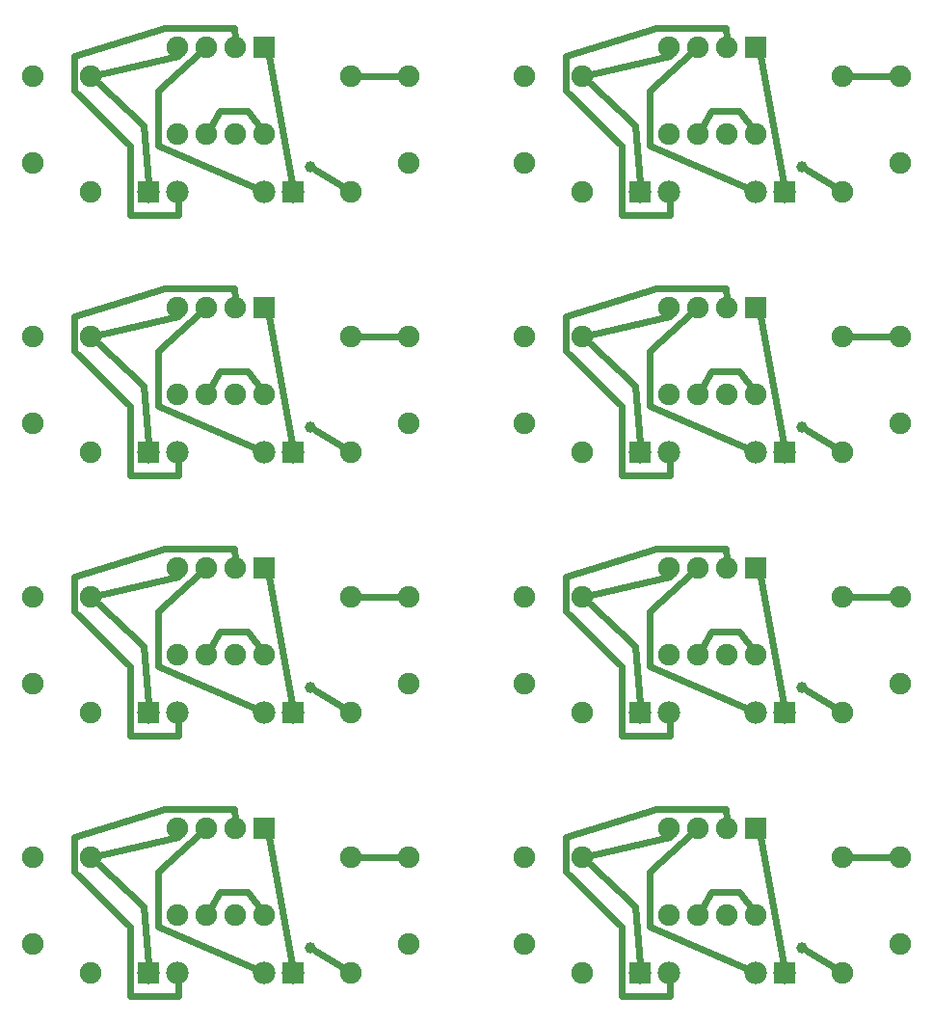
<source format=gbl>
G04 MADE WITH FRITZING*
G04 WWW.FRITZING.ORG*
G04 DOUBLE SIDED*
G04 HOLES PLATED*
G04 CONTOUR ON CENTER OF CONTOUR VECTOR*
%ASAXBY*%
%FSLAX23Y23*%
%MOIN*%
%OFA0B0*%
%SFA1.0B1.0*%
%ADD10C,0.075000*%
%ADD11C,0.078000*%
%ADD12C,0.039370*%
%ADD13R,0.075000X0.075000*%
%ADD14R,0.078000X0.078000*%
%ADD15C,0.024000*%
%LNCOPPER0*%
G90*
G70*
G54D10*
X2971Y1453D03*
X2971Y1053D03*
X2971Y553D03*
X2971Y153D03*
X2971Y2353D03*
X2971Y1953D03*
X2971Y3253D03*
X2971Y2853D03*
X1271Y553D03*
X1271Y153D03*
X1271Y3253D03*
X1271Y2853D03*
X1271Y1453D03*
X1271Y1053D03*
X1271Y2353D03*
X1271Y1953D03*
X2071Y1953D03*
X2071Y2353D03*
X2071Y153D03*
X2071Y553D03*
X2071Y1053D03*
X2071Y1453D03*
X2071Y2853D03*
X2071Y3253D03*
X371Y1053D03*
X371Y1453D03*
X371Y153D03*
X371Y553D03*
X371Y2853D03*
X371Y3253D03*
X371Y1953D03*
X371Y2353D03*
X2671Y1553D03*
X2671Y1253D03*
X2571Y1553D03*
X2571Y1253D03*
X2471Y1553D03*
X2471Y1253D03*
X2371Y1553D03*
X2371Y1253D03*
X2671Y653D03*
X2671Y353D03*
X2571Y653D03*
X2571Y353D03*
X2471Y653D03*
X2471Y353D03*
X2371Y653D03*
X2371Y353D03*
X2671Y3353D03*
X2671Y3053D03*
X2571Y3353D03*
X2571Y3053D03*
X2471Y3353D03*
X2471Y3053D03*
X2371Y3353D03*
X2371Y3053D03*
X2671Y2453D03*
X2671Y2153D03*
X2571Y2453D03*
X2571Y2153D03*
X2471Y2453D03*
X2471Y2153D03*
X2371Y2453D03*
X2371Y2153D03*
X971Y653D03*
X971Y353D03*
X871Y653D03*
X871Y353D03*
X771Y653D03*
X771Y353D03*
X671Y653D03*
X671Y353D03*
X971Y1553D03*
X971Y1253D03*
X871Y1553D03*
X871Y1253D03*
X771Y1553D03*
X771Y1253D03*
X671Y1553D03*
X671Y1253D03*
X971Y3353D03*
X971Y3053D03*
X871Y3353D03*
X871Y3053D03*
X771Y3353D03*
X771Y3053D03*
X671Y3353D03*
X671Y3053D03*
X971Y2453D03*
X971Y2153D03*
X871Y2453D03*
X871Y2153D03*
X771Y2453D03*
X771Y2153D03*
X671Y2453D03*
X671Y2153D03*
X1871Y553D03*
X1871Y253D03*
X1871Y2353D03*
X1871Y2053D03*
X1871Y3253D03*
X1871Y2953D03*
X1871Y1453D03*
X1871Y1153D03*
X171Y553D03*
X171Y253D03*
X171Y1453D03*
X171Y1153D03*
X171Y3253D03*
X171Y2953D03*
X171Y2353D03*
X171Y2053D03*
X3171Y1453D03*
X3171Y1153D03*
X3171Y2353D03*
X3171Y2053D03*
X3171Y553D03*
X3171Y253D03*
X3171Y3253D03*
X3171Y2953D03*
X1471Y1453D03*
X1471Y1153D03*
X1471Y553D03*
X1471Y253D03*
X1471Y3253D03*
X1471Y2953D03*
X1471Y2353D03*
X1471Y2053D03*
G54D11*
X2271Y2853D03*
X2371Y2853D03*
X2271Y153D03*
X2371Y153D03*
X2271Y1953D03*
X2371Y1953D03*
X2271Y1053D03*
X2371Y1053D03*
X571Y153D03*
X671Y153D03*
X571Y1053D03*
X671Y1053D03*
X571Y2853D03*
X671Y2853D03*
X571Y1953D03*
X671Y1953D03*
X2771Y2853D03*
X2671Y2853D03*
X2771Y1053D03*
X2671Y1053D03*
X2771Y1953D03*
X2671Y1953D03*
X2771Y153D03*
X2671Y153D03*
X1071Y153D03*
X971Y153D03*
X1071Y1053D03*
X971Y1053D03*
X1071Y2853D03*
X971Y2853D03*
X1071Y1953D03*
X971Y1953D03*
G54D12*
X2830Y2939D03*
X2830Y239D03*
X2830Y2039D03*
X2830Y1139D03*
X1130Y239D03*
X1130Y1139D03*
X1130Y2939D03*
X1130Y2039D03*
G54D13*
X2671Y1553D03*
X2671Y653D03*
X2671Y3353D03*
X2671Y2453D03*
X971Y653D03*
X971Y1553D03*
X971Y3353D03*
X971Y2453D03*
G54D14*
X2271Y2853D03*
X2271Y153D03*
X2271Y1953D03*
X2271Y1053D03*
X571Y153D03*
X571Y1053D03*
X571Y2853D03*
X571Y1953D03*
X2771Y2853D03*
X2771Y1053D03*
X2771Y1953D03*
X2771Y153D03*
X1071Y153D03*
X1071Y1053D03*
X1071Y2853D03*
X1071Y1953D03*
G54D15*
X2766Y1982D02*
X2686Y2423D01*
D02*
X2766Y182D02*
X2686Y623D01*
D02*
X2766Y2882D02*
X2686Y3323D01*
D02*
X2766Y1082D02*
X2686Y1523D01*
D02*
X1066Y1082D02*
X986Y1523D01*
D02*
X1066Y182D02*
X986Y623D01*
D02*
X1066Y2882D02*
X986Y3323D01*
D02*
X1066Y1982D02*
X986Y2423D01*
D02*
X2686Y1523D02*
X2684Y1527D01*
D02*
X2686Y3323D02*
X2684Y3327D01*
D02*
X2686Y623D02*
X2684Y627D01*
D02*
X2686Y2423D02*
X2684Y2427D01*
D02*
X986Y623D02*
X984Y627D01*
D02*
X986Y1523D02*
X984Y1527D01*
D02*
X986Y3323D02*
X984Y3327D01*
D02*
X986Y2423D02*
X984Y2427D01*
D02*
X2655Y376D02*
X2614Y431D01*
D02*
X2655Y3076D02*
X2614Y3131D01*
D02*
X2655Y1276D02*
X2614Y1331D01*
D02*
X2655Y2176D02*
X2614Y2231D01*
D02*
X955Y376D02*
X914Y431D01*
D02*
X955Y1276D02*
X914Y1331D01*
D02*
X955Y3076D02*
X914Y3131D01*
D02*
X955Y2176D02*
X914Y2231D01*
D02*
X2614Y1331D02*
X2518Y1331D01*
D02*
X2614Y431D02*
X2518Y431D01*
D02*
X2614Y2231D02*
X2518Y2231D01*
D02*
X2614Y3131D02*
X2518Y3131D01*
D02*
X914Y1331D02*
X818Y1331D01*
D02*
X914Y431D02*
X818Y431D01*
D02*
X914Y3131D02*
X818Y3131D01*
D02*
X914Y2231D02*
X818Y2231D01*
D02*
X2518Y431D02*
X2486Y377D01*
D02*
X2518Y2231D02*
X2486Y2177D01*
D02*
X2518Y1331D02*
X2486Y1277D01*
D02*
X2518Y3131D02*
X2486Y3077D01*
D02*
X818Y431D02*
X786Y377D01*
D02*
X818Y1331D02*
X786Y1277D01*
D02*
X818Y3131D02*
X786Y3077D01*
D02*
X818Y2231D02*
X786Y2177D01*
D02*
X2374Y1524D02*
X2374Y1523D01*
D02*
X2374Y2424D02*
X2374Y2423D01*
D02*
X2374Y624D02*
X2374Y623D01*
D02*
X2374Y3324D02*
X2374Y3323D01*
D02*
X674Y624D02*
X674Y623D01*
D02*
X674Y1524D02*
X674Y1523D01*
D02*
X674Y3324D02*
X674Y3323D01*
D02*
X674Y2424D02*
X674Y2423D01*
D02*
X2374Y3323D02*
X2099Y3259D01*
D02*
X2374Y623D02*
X2099Y559D01*
D02*
X2374Y2423D02*
X2099Y2359D01*
D02*
X2374Y1523D02*
X2099Y1459D01*
D02*
X674Y1523D02*
X399Y1459D01*
D02*
X674Y623D02*
X399Y559D01*
D02*
X674Y3323D02*
X399Y3259D01*
D02*
X674Y2423D02*
X399Y2359D01*
D02*
X2269Y183D02*
X2254Y383D01*
D02*
X2269Y2883D02*
X2254Y3083D01*
D02*
X2269Y1083D02*
X2254Y1283D01*
D02*
X2269Y1983D02*
X2254Y2183D01*
D02*
X569Y183D02*
X554Y383D01*
D02*
X569Y1083D02*
X554Y1283D01*
D02*
X569Y2883D02*
X554Y3083D01*
D02*
X569Y1983D02*
X554Y2183D01*
D02*
X2254Y3083D02*
X2092Y3233D01*
D02*
X2254Y2183D02*
X2092Y2333D01*
D02*
X2254Y383D02*
X2092Y533D01*
D02*
X2254Y1283D02*
X2092Y1433D01*
D02*
X554Y383D02*
X392Y533D01*
D02*
X554Y1283D02*
X392Y1433D01*
D02*
X554Y3083D02*
X392Y3233D01*
D02*
X554Y2183D02*
X392Y2333D01*
D02*
X2644Y165D02*
X2302Y311D01*
D02*
X2644Y2865D02*
X2302Y3011D01*
D02*
X2644Y1065D02*
X2302Y1211D01*
D02*
X2644Y1965D02*
X2302Y2111D01*
D02*
X944Y1065D02*
X602Y1211D01*
D02*
X944Y165D02*
X602Y311D01*
D02*
X944Y2865D02*
X602Y3011D01*
D02*
X944Y1965D02*
X602Y2111D01*
D02*
X2302Y3011D02*
X2302Y3203D01*
D02*
X2302Y311D02*
X2302Y503D01*
D02*
X2302Y2111D02*
X2302Y2303D01*
D02*
X2302Y1211D02*
X2302Y1403D01*
D02*
X602Y3011D02*
X602Y3203D01*
D02*
X602Y1211D02*
X602Y1403D01*
D02*
X602Y311D02*
X602Y503D01*
D02*
X602Y2111D02*
X602Y2303D01*
D02*
X2302Y2303D02*
X2450Y2434D01*
D02*
X2302Y1403D02*
X2450Y1534D01*
D02*
X2302Y3203D02*
X2450Y3334D01*
D02*
X2302Y503D02*
X2450Y634D01*
D02*
X602Y503D02*
X750Y634D01*
D02*
X602Y1403D02*
X750Y1534D01*
D02*
X602Y2303D02*
X750Y2434D01*
D02*
X602Y3203D02*
X750Y3334D01*
D02*
X2947Y2868D02*
X2846Y2929D01*
D02*
X2947Y168D02*
X2846Y229D01*
D02*
X2947Y1068D02*
X2846Y1129D01*
D02*
X2947Y1968D02*
X2846Y2029D01*
D02*
X1247Y168D02*
X1146Y229D01*
D02*
X1247Y1068D02*
X1146Y1129D01*
D02*
X1247Y2868D02*
X1146Y2929D01*
D02*
X1247Y1968D02*
X1146Y2029D01*
D02*
X3143Y553D02*
X3000Y553D01*
D02*
X3143Y3253D02*
X3000Y3253D01*
D02*
X3143Y1453D02*
X3000Y1453D01*
D02*
X3143Y2353D02*
X3000Y2353D01*
D02*
X1443Y1453D02*
X1300Y1453D01*
D02*
X1443Y553D02*
X1300Y553D01*
D02*
X1443Y2353D02*
X1300Y2353D01*
D02*
X1443Y3253D02*
X1300Y3253D01*
D02*
X2372Y1923D02*
X2374Y1871D01*
D02*
X2372Y1023D02*
X2374Y971D01*
D02*
X2372Y2823D02*
X2374Y2771D01*
D02*
X2372Y123D02*
X2374Y71D01*
D02*
X672Y123D02*
X674Y71D01*
D02*
X672Y1023D02*
X674Y971D01*
D02*
X672Y1923D02*
X674Y1871D01*
D02*
X672Y2823D02*
X674Y2771D01*
D02*
X2374Y71D02*
X2206Y71D01*
D02*
X2374Y971D02*
X2206Y971D01*
D02*
X2374Y2771D02*
X2206Y2771D01*
D02*
X2374Y1871D02*
X2206Y1871D01*
D02*
X674Y71D02*
X506Y71D01*
D02*
X674Y971D02*
X506Y971D01*
D02*
X674Y2771D02*
X506Y2771D01*
D02*
X674Y1871D02*
X506Y1871D01*
D02*
X2206Y71D02*
X2206Y311D01*
D02*
X2206Y971D02*
X2206Y1211D01*
D02*
X2206Y1871D02*
X2206Y2111D01*
D02*
X2206Y2771D02*
X2206Y3011D01*
D02*
X506Y1871D02*
X506Y2111D01*
D02*
X506Y971D02*
X506Y1211D01*
D02*
X506Y71D02*
X506Y311D01*
D02*
X506Y2771D02*
X506Y3011D01*
D02*
X2206Y311D02*
X2014Y503D01*
D02*
X2206Y2111D02*
X2014Y2303D01*
D02*
X2206Y3011D02*
X2014Y3203D01*
D02*
X2206Y1211D02*
X2014Y1403D01*
D02*
X506Y311D02*
X314Y503D01*
D02*
X506Y1211D02*
X314Y1403D01*
D02*
X506Y2111D02*
X314Y2303D01*
D02*
X506Y3011D02*
X314Y3203D01*
D02*
X2014Y3203D02*
X2014Y3323D01*
D02*
X2014Y503D02*
X2014Y623D01*
D02*
X2014Y2303D02*
X2014Y2423D01*
D02*
X2014Y1403D02*
X2014Y1523D01*
D02*
X314Y503D02*
X314Y623D01*
D02*
X314Y1403D02*
X314Y1523D01*
D02*
X314Y3203D02*
X314Y3323D01*
D02*
X314Y2303D02*
X314Y2423D01*
D02*
X2014Y3323D02*
X2326Y3419D01*
D02*
X2014Y2423D02*
X2326Y2519D01*
D02*
X2014Y1523D02*
X2326Y1619D01*
D02*
X2014Y623D02*
X2326Y719D01*
D02*
X314Y2423D02*
X626Y2519D01*
D02*
X314Y1523D02*
X626Y1619D01*
D02*
X314Y623D02*
X626Y719D01*
D02*
X314Y3323D02*
X626Y3419D01*
D02*
X2326Y2519D02*
X2566Y2519D01*
D02*
X2326Y1619D02*
X2566Y1619D01*
D02*
X2326Y719D02*
X2566Y719D01*
D02*
X2326Y3419D02*
X2566Y3419D01*
D02*
X626Y719D02*
X866Y719D01*
D02*
X626Y3419D02*
X866Y3419D01*
D02*
X626Y1619D02*
X866Y1619D01*
D02*
X626Y2519D02*
X866Y2519D01*
D02*
X2566Y719D02*
X2569Y681D01*
D02*
X2566Y3419D02*
X2569Y3381D01*
D02*
X2566Y1619D02*
X2569Y1581D01*
D02*
X866Y3419D02*
X869Y3381D01*
D02*
X2566Y2519D02*
X2569Y2481D01*
D02*
X866Y719D02*
X869Y681D01*
D02*
X866Y2519D02*
X869Y2481D01*
D02*
X866Y1619D02*
X869Y1581D01*
G04 End of Copper0*
M02*
</source>
